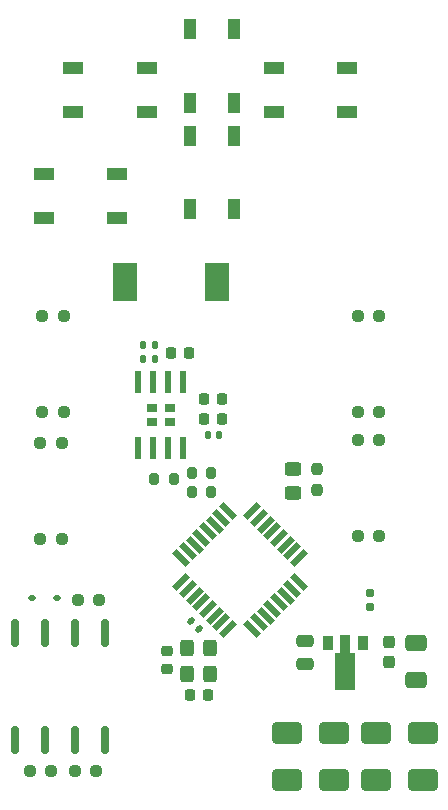
<source format=gbr>
%TF.GenerationSoftware,KiCad,Pcbnew,7.0.7*%
%TF.CreationDate,2023-10-21T12:21:44+02:00*%
%TF.ProjectId,OS-servoDriver,4f532d73-6572-4766-9f44-72697665722e,rev?*%
%TF.SameCoordinates,Original*%
%TF.FileFunction,Paste,Top*%
%TF.FilePolarity,Positive*%
%FSLAX46Y46*%
G04 Gerber Fmt 4.6, Leading zero omitted, Abs format (unit mm)*
G04 Created by KiCad (PCBNEW 7.0.7) date 2023-10-21 12:21:44*
%MOMM*%
%LPD*%
G01*
G04 APERTURE LIST*
G04 Aperture macros list*
%AMRoundRect*
0 Rectangle with rounded corners*
0 $1 Rounding radius*
0 $2 $3 $4 $5 $6 $7 $8 $9 X,Y pos of 4 corners*
0 Add a 4 corners polygon primitive as box body*
4,1,4,$2,$3,$4,$5,$6,$7,$8,$9,$2,$3,0*
0 Add four circle primitives for the rounded corners*
1,1,$1+$1,$2,$3*
1,1,$1+$1,$4,$5*
1,1,$1+$1,$6,$7*
1,1,$1+$1,$8,$9*
0 Add four rect primitives between the rounded corners*
20,1,$1+$1,$2,$3,$4,$5,0*
20,1,$1+$1,$4,$5,$6,$7,0*
20,1,$1+$1,$6,$7,$8,$9,0*
20,1,$1+$1,$8,$9,$2,$3,0*%
%AMRotRect*
0 Rectangle, with rotation*
0 The origin of the aperture is its center*
0 $1 length*
0 $2 width*
0 $3 Rotation angle, in degrees counterclockwise*
0 Add horizontal line*
21,1,$1,$2,0,0,$3*%
%AMFreePoly0*
4,1,9,3.862500,-0.866500,0.737500,-0.866500,0.737500,-0.450000,-0.737500,-0.450000,-0.737500,0.450000,0.737500,0.450000,0.737500,0.866500,3.862500,0.866500,3.862500,-0.866500,3.862500,-0.866500,$1*%
G04 Aperture macros list end*
%ADD10R,1.800000X1.100000*%
%ADD11R,1.100000X1.800000*%
%ADD12RoundRect,0.237500X-0.250000X-0.237500X0.250000X-0.237500X0.250000X0.237500X-0.250000X0.237500X0*%
%ADD13RoundRect,0.237500X0.250000X0.237500X-0.250000X0.237500X-0.250000X-0.237500X0.250000X-0.237500X0*%
%ADD14RoundRect,0.250000X-1.000000X-0.650000X1.000000X-0.650000X1.000000X0.650000X-1.000000X0.650000X0*%
%ADD15RoundRect,0.250000X-0.475000X0.250000X-0.475000X-0.250000X0.475000X-0.250000X0.475000X0.250000X0*%
%ADD16RoundRect,0.237500X0.237500X-0.250000X0.237500X0.250000X-0.237500X0.250000X-0.237500X-0.250000X0*%
%ADD17RoundRect,0.225000X0.250000X-0.225000X0.250000X0.225000X-0.250000X0.225000X-0.250000X-0.225000X0*%
%ADD18RoundRect,0.250000X0.450000X-0.325000X0.450000X0.325000X-0.450000X0.325000X-0.450000X-0.325000X0*%
%ADD19RoundRect,0.160000X0.160000X-0.197500X0.160000X0.197500X-0.160000X0.197500X-0.160000X-0.197500X0*%
%ADD20RoundRect,0.140000X0.219203X0.021213X0.021213X0.219203X-0.219203X-0.021213X-0.021213X-0.219203X0*%
%ADD21RoundRect,0.225000X-0.225000X-0.250000X0.225000X-0.250000X0.225000X0.250000X-0.225000X0.250000X0*%
%ADD22RotRect,1.600000X0.550000X45.000000*%
%ADD23RotRect,1.600000X0.550000X135.000000*%
%ADD24RoundRect,0.300000X-0.300000X0.400000X-0.300000X-0.400000X0.300000X-0.400000X0.300000X0.400000X0*%
%ADD25RoundRect,0.200000X0.200000X0.275000X-0.200000X0.275000X-0.200000X-0.275000X0.200000X-0.275000X0*%
%ADD26R,2.000000X3.200000*%
%ADD27RoundRect,0.200000X-0.200000X-0.275000X0.200000X-0.275000X0.200000X0.275000X-0.200000X0.275000X0*%
%ADD28RoundRect,0.140000X0.140000X0.170000X-0.140000X0.170000X-0.140000X-0.170000X0.140000X-0.170000X0*%
%ADD29R,0.930000X0.723000*%
%ADD30R,0.610000X1.910000*%
%ADD31RoundRect,0.225000X0.225000X0.250000X-0.225000X0.250000X-0.225000X-0.250000X0.225000X-0.250000X0*%
%ADD32RoundRect,0.237500X-0.237500X0.300000X-0.237500X-0.300000X0.237500X-0.300000X0.237500X0.300000X0*%
%ADD33R,0.900000X1.300000*%
%ADD34FreePoly0,270.000000*%
%ADD35RoundRect,0.250000X-0.650000X0.412500X-0.650000X-0.412500X0.650000X-0.412500X0.650000X0.412500X0*%
%ADD36RoundRect,0.162500X-0.162500X1.012500X-0.162500X-1.012500X0.162500X-1.012500X0.162500X1.012500X0*%
%ADD37RoundRect,0.112500X0.187500X0.112500X-0.187500X0.112500X-0.187500X-0.112500X0.187500X-0.112500X0*%
G04 APERTURE END LIST*
D10*
%TO.C,SW605*%
X114600000Y-111350000D03*
X108400000Y-111350000D03*
X114600000Y-107650000D03*
X108400000Y-107650000D03*
%TD*%
D11*
%TO.C,SW602*%
X120800000Y-110600000D03*
X120800000Y-104400000D03*
X124500000Y-110600000D03*
X124500000Y-104400000D03*
%TD*%
D10*
%TO.C,SW601*%
X134100000Y-102350000D03*
X127900000Y-102350000D03*
X134100000Y-98650000D03*
X127900000Y-98650000D03*
%TD*%
D11*
%TO.C,SW603*%
X120800000Y-101600000D03*
X120800000Y-95400000D03*
X124500000Y-101600000D03*
X124500000Y-95400000D03*
%TD*%
D10*
%TO.C,SW604*%
X117100000Y-102350000D03*
X110900000Y-102350000D03*
X117100000Y-98650000D03*
X110900000Y-98650000D03*
%TD*%
D12*
%TO.C,R1005*%
X134985500Y-130174500D03*
X136810500Y-130174500D03*
%TD*%
%TO.C,R1004*%
X134985500Y-138302500D03*
X136810500Y-138302500D03*
%TD*%
%TO.C,R905*%
X134985500Y-119674500D03*
X136810500Y-119674500D03*
%TD*%
%TO.C,R904*%
X134985500Y-127802500D03*
X136810500Y-127802500D03*
%TD*%
D13*
%TO.C,R802*%
X110069500Y-127785500D03*
X108244500Y-127785500D03*
%TD*%
%TO.C,R801*%
X110069500Y-119657500D03*
X108244500Y-119657500D03*
%TD*%
%TO.C,R702*%
X109942500Y-138516500D03*
X108117500Y-138516500D03*
%TD*%
%TO.C,R701*%
X109942500Y-130388500D03*
X108117500Y-130388500D03*
%TD*%
D14*
%TO.C,D1104*%
X136500000Y-158950000D03*
X140500000Y-158950000D03*
%TD*%
%TO.C,D1103*%
X129000000Y-158950000D03*
X133000000Y-158950000D03*
%TD*%
%TO.C,D1102*%
X136500000Y-154950000D03*
X140500000Y-154950000D03*
%TD*%
%TO.C,D1101*%
X129000000Y-155000000D03*
X133000000Y-155000000D03*
%TD*%
D15*
%TO.C,C301*%
X130476000Y-147187500D03*
X130476000Y-149087500D03*
%TD*%
D16*
%TO.C,R201*%
X131500000Y-134412500D03*
X131500000Y-132587500D03*
%TD*%
D17*
%TO.C,C201*%
X118793305Y-149574000D03*
X118793305Y-148024000D03*
%TD*%
D18*
%TO.C,D201*%
X129509000Y-134635500D03*
X129509000Y-132585500D03*
%TD*%
D19*
%TO.C,R202*%
X136000000Y-144327500D03*
X136000000Y-143132500D03*
%TD*%
D20*
%TO.C,C202*%
X121555305Y-146132000D03*
X120876483Y-145453178D03*
%TD*%
D21*
%TO.C,C203*%
X120780305Y-151720000D03*
X122330305Y-151720000D03*
%TD*%
D22*
%TO.C,U202*%
X120040202Y-142194305D03*
X120605888Y-142759990D03*
X121171573Y-143325676D03*
X121737258Y-143891361D03*
X122302944Y-144457047D03*
X122868629Y-145022732D03*
X123434315Y-145588417D03*
X124000000Y-146154103D03*
D23*
X126050610Y-146154103D03*
X126616295Y-145588417D03*
X127181981Y-145022732D03*
X127747666Y-144457047D03*
X128313352Y-143891361D03*
X128879037Y-143325676D03*
X129444722Y-142759990D03*
X130010408Y-142194305D03*
D22*
X130010408Y-140143695D03*
X129444722Y-139578010D03*
X128879037Y-139012324D03*
X128313352Y-138446639D03*
X127747666Y-137880953D03*
X127181981Y-137315268D03*
X126616295Y-136749583D03*
X126050610Y-136183897D03*
D23*
X124000000Y-136183897D03*
X123434315Y-136749583D03*
X122868629Y-137315268D03*
X122302944Y-137880953D03*
X121737258Y-138446639D03*
X121171573Y-139012324D03*
X120605888Y-139578010D03*
X120040202Y-140143695D03*
%TD*%
D24*
%TO.C,Y201*%
X120544305Y-147742000D03*
X120544305Y-149942000D03*
X122444305Y-149942000D03*
X122444305Y-147742000D03*
%TD*%
D25*
%TO.C,R901*%
X120905500Y-134588000D03*
X122555500Y-134588000D03*
%TD*%
D26*
%TO.C,L901*%
X123090500Y-116808000D03*
X115290500Y-116808000D03*
%TD*%
D27*
%TO.C,R903*%
X122555500Y-132937000D03*
X120905500Y-132937000D03*
%TD*%
D28*
%TO.C,C906*%
X122264500Y-129762000D03*
X123224500Y-129762000D03*
%TD*%
D29*
%TO.C,U901*%
X117526500Y-128619000D03*
X119076500Y-128619000D03*
X117526500Y-127414000D03*
X119076500Y-127414000D03*
D30*
X120206500Y-130796500D03*
X118936500Y-130796500D03*
X117666500Y-130796500D03*
X116396500Y-130796500D03*
X116396500Y-125236500D03*
X117666500Y-125236500D03*
X118936500Y-125236500D03*
X120206500Y-125236500D03*
%TD*%
D28*
%TO.C,C903*%
X116833500Y-122142000D03*
X117793500Y-122142000D03*
%TD*%
D25*
%TO.C,R902*%
X117730500Y-133445000D03*
X119380500Y-133445000D03*
%TD*%
D21*
%TO.C,C901*%
X120727500Y-122777000D03*
X119177500Y-122777000D03*
%TD*%
D31*
%TO.C,C905*%
X121971500Y-126714000D03*
X123521500Y-126714000D03*
%TD*%
D28*
%TO.C,C902*%
X116833500Y-123285000D03*
X117793500Y-123285000D03*
%TD*%
D31*
%TO.C,C904*%
X121971500Y-128380000D03*
X123521500Y-128380000D03*
%TD*%
D32*
%TO.C,C302*%
X137588000Y-147248500D03*
X137588000Y-148973500D03*
%TD*%
D33*
%TO.C,U301*%
X135429000Y-147349000D03*
D34*
X133929000Y-147436500D03*
D33*
X132429000Y-147349000D03*
%TD*%
D35*
%TO.C,C303*%
X139874000Y-150435500D03*
X139874000Y-147310500D03*
%TD*%
D36*
%TO.C,U1001*%
X113540000Y-146500000D03*
X111000000Y-146500000D03*
X108460000Y-146500000D03*
X105920000Y-146500000D03*
X105920000Y-155550000D03*
X108460000Y-155550000D03*
X111000000Y-155550000D03*
X113540000Y-155550000D03*
%TD*%
D13*
%TO.C,R1001*%
X113078500Y-143702000D03*
X111253500Y-143702000D03*
%TD*%
D37*
%TO.C,D1001*%
X109533000Y-143575000D03*
X107433000Y-143575000D03*
%TD*%
D13*
%TO.C,R1002*%
X112824500Y-158180000D03*
X110999500Y-158180000D03*
%TD*%
%TO.C,R1003*%
X109014500Y-158180000D03*
X107189500Y-158180000D03*
%TD*%
M02*

</source>
